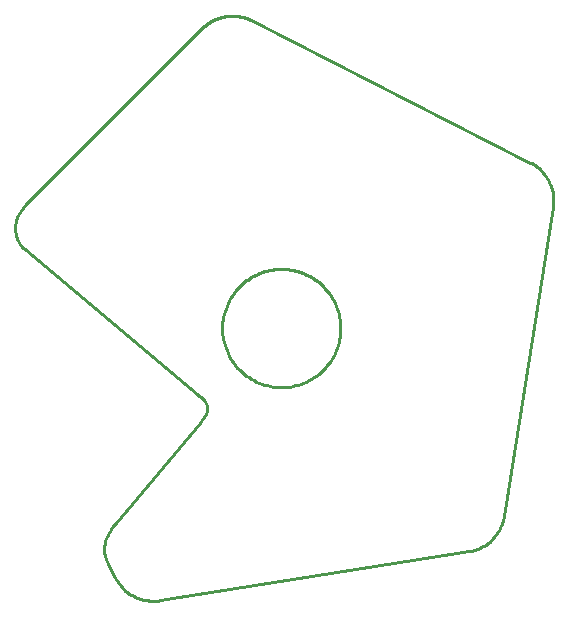
<source format=gko>
G04 #@! TF.FileFunction,Profile,NP*
%FSLAX46Y46*%
G04 Gerber Fmt 4.6, Leading zero omitted, Abs format (unit mm)*
G04 Created by KiCad (PCBNEW 4.0.2+dfsg1-stable) date Tue 19 Jul 2016 04:40:27 PM CEST*
%MOMM*%
G01*
G04 APERTURE LIST*
%ADD10C,0.100000*%
%ADD11C,0.254000*%
G04 APERTURE END LIST*
D10*
D11*
X5831860Y16441400D02*
X5727720Y16438860D01*
X5727720Y16438860D02*
X5626120Y16433780D01*
X5626120Y16433780D02*
X5521980Y16426160D01*
X5521980Y16426160D02*
X5420380Y16416000D01*
X5420380Y16416000D02*
X5318780Y16403300D01*
X5318780Y16403300D02*
X5217180Y16385520D01*
X5217180Y16385520D02*
X5115580Y16367740D01*
X5115580Y16367740D02*
X5016520Y16344880D01*
X5016520Y16344880D02*
X4914920Y16319480D01*
X4914920Y16319480D02*
X4815860Y16291540D01*
X4815860Y16291540D02*
X4716800Y16261060D01*
X4716800Y16261060D02*
X4620280Y16228040D01*
X4620280Y16228040D02*
X4523760Y16192480D01*
X4523760Y16192480D02*
X4427240Y16151840D01*
X4427240Y16151840D02*
X4333260Y16111200D01*
X4333260Y16111200D02*
X4239280Y16065480D01*
X4239280Y16065480D02*
X4147840Y16017220D01*
X4147840Y16017220D02*
X4056400Y15966420D01*
X4056400Y15966420D02*
X3967500Y15913080D01*
X3967500Y15913080D02*
X3878600Y15857200D01*
X3878600Y15857200D02*
X3789700Y15798780D01*
X3789700Y15798780D02*
X3705880Y15737820D01*
X3705880Y15737820D02*
X3622060Y15674320D01*
X3622060Y15674320D02*
X3538240Y15605740D01*
X3538240Y15605740D02*
X3456960Y15537160D01*
X3456960Y15537160D02*
X3378220Y15463500D01*
X3378220Y15463500D02*
X3302020Y15389840D01*
X3302020Y15389840D02*
X-11678900Y408920D01*
X-11678900Y408920D02*
X-11790660Y294620D01*
X-11790660Y294620D02*
X-11892260Y175240D01*
X-11892260Y175240D02*
X-11986240Y55860D01*
X-11986240Y55860D02*
X-12072600Y-66060D01*
X-12072600Y-66060D02*
X-12153880Y-187980D01*
X-12153880Y-187980D02*
X-12225000Y-312440D01*
X-12225000Y-312440D02*
X-12288500Y-439440D01*
X-12288500Y-439440D02*
X-12346920Y-566440D01*
X-12346920Y-566440D02*
X-12395180Y-693440D01*
X-12395180Y-693440D02*
X-12438360Y-822980D01*
X-12438360Y-822980D02*
X-12471380Y-952520D01*
X-12471380Y-952520D02*
X-12499320Y-1082060D01*
X-12499320Y-1082060D02*
X-12519640Y-1211600D01*
X-12519640Y-1211600D02*
X-12534880Y-1341140D01*
X-12534880Y-1341140D02*
X-12539960Y-1470680D01*
X-12539960Y-1470680D02*
X-12539960Y-1600220D01*
X-12539960Y-1600220D02*
X-12532340Y-1727220D01*
X-12532340Y-1727220D02*
X-12519640Y-1854220D01*
X-12519640Y-1854220D02*
X-12496780Y-1981220D01*
X-12496780Y-1981220D02*
X-12468840Y-2105680D01*
X-12468840Y-2105680D02*
X-12435820Y-2227600D01*
X-12435820Y-2227600D02*
X-12392640Y-2349520D01*
X-12392640Y-2349520D02*
X-12344380Y-2468900D01*
X-12344380Y-2468900D02*
X-12291040Y-2585740D01*
X-12291040Y-2585740D02*
X-12230080Y-2700040D01*
X-12230080Y-2700040D02*
X-12164040Y-2811800D01*
X-12164040Y-2811800D02*
X-12090380Y-2921020D01*
X-12090380Y-2921020D02*
X-12009100Y-3027700D01*
X-12009100Y-3027700D02*
X-11922740Y-3131840D01*
X-11922740Y-3131840D02*
X-11831300Y-3230900D01*
X-11831300Y-3230900D02*
X-11732240Y-3327420D01*
X-11732240Y-3327420D02*
X-11628100Y-3418860D01*
X-11628100Y-3418860D02*
X2839740Y-15560060D01*
X2839740Y-15560060D02*
X2961660Y-15659120D01*
X2961660Y-15659120D02*
X3073420Y-15755640D01*
X3073420Y-15755640D02*
X3177560Y-15847080D01*
X3177560Y-15847080D02*
X3274080Y-15938520D01*
X3274080Y-15938520D02*
X3362980Y-16027420D01*
X3362980Y-16027420D02*
X3439180Y-16116320D01*
X3439180Y-16116320D02*
X3510300Y-16202680D01*
X3510300Y-16202680D02*
X3571260Y-16289040D01*
X3571260Y-16289040D02*
X3622060Y-16372860D01*
X3622060Y-16372860D02*
X3665240Y-16459220D01*
X3665240Y-16459220D02*
X3698260Y-16545580D01*
X3698260Y-16545580D02*
X3721120Y-16631940D01*
X3721120Y-16631940D02*
X3736360Y-16720840D01*
X3736360Y-16720840D02*
X3741440Y-16812280D01*
X3741440Y-16812280D02*
X3733820Y-16903720D01*
X3733820Y-16903720D02*
X3718580Y-17000240D01*
X3718580Y-17000240D02*
X3693180Y-17099300D01*
X3693180Y-17099300D02*
X3657620Y-17200900D01*
X3657620Y-17200900D02*
X3609360Y-17305040D01*
X3609360Y-17305040D02*
X3553480Y-17414260D01*
X3553480Y-17414260D02*
X3484900Y-17528560D01*
X3484900Y-17528560D02*
X3406160Y-17647940D01*
X3406160Y-17647940D02*
X3317260Y-17772400D01*
X3317260Y-17772400D02*
X3215660Y-17904480D01*
X3215660Y-17904480D02*
X3103900Y-18039100D01*
X3103900Y-18039100D02*
X-4030960Y-26543020D01*
X-4030960Y-26543020D02*
X-4124940Y-26652240D01*
X-4124940Y-26652240D02*
X-4216380Y-26761460D01*
X-4216380Y-26761460D02*
X-4302740Y-26873220D01*
X-4302740Y-26873220D02*
X-4381480Y-26982440D01*
X-4381480Y-26982440D02*
X-4457680Y-27094200D01*
X-4457680Y-27094200D02*
X-4528800Y-27203420D01*
X-4528800Y-27203420D02*
X-4594840Y-27315180D01*
X-4594840Y-27315180D02*
X-4653260Y-27426940D01*
X-4653260Y-27426940D02*
X-4709140Y-27536160D01*
X-4709140Y-27536160D02*
X-4759940Y-27647920D01*
X-4759940Y-27647920D02*
X-4805660Y-27759680D01*
X-4805660Y-27759680D02*
X-4846300Y-27868900D01*
X-4846300Y-27868900D02*
X-4881860Y-27980660D01*
X-4881860Y-27980660D02*
X-4912340Y-28089880D01*
X-4912340Y-28089880D02*
X-4937740Y-28201640D01*
X-4937740Y-28201640D02*
X-4960600Y-28310860D01*
X-4960600Y-28310860D02*
X-4975840Y-28420080D01*
X-4975840Y-28420080D02*
X-4986000Y-28529300D01*
X-4986000Y-28529300D02*
X-4993620Y-28638520D01*
X-4993620Y-28638520D02*
X-4993620Y-28747740D01*
X-4993620Y-28747740D02*
X-4991080Y-28856960D01*
X-4991080Y-28856960D02*
X-4983460Y-28963640D01*
X-4983460Y-28963640D02*
X-4970760Y-29072860D01*
X-4970760Y-29072860D02*
X-4952980Y-29179540D01*
X-4952980Y-29179540D02*
X-4930120Y-29286220D01*
X-4930120Y-29286220D02*
X-4902180Y-29392900D01*
X-4902180Y-29392900D02*
X-4869160Y-29497040D01*
X-4869160Y-29497040D02*
X-4831060Y-29601180D01*
X-4831060Y-29601180D02*
X-4790420Y-29705320D01*
X-4790420Y-29705320D02*
X-4742160Y-29809460D01*
X-4742160Y-29809460D02*
X-4691360Y-29911060D01*
X-4691360Y-29911060D02*
X-4635480Y-30012660D01*
X-4635480Y-30012660D02*
X-4066520Y-31130260D01*
X-4066520Y-31130260D02*
X-3997940Y-31257260D01*
X-3997940Y-31257260D02*
X-3924280Y-31381720D01*
X-3924280Y-31381720D02*
X-3848080Y-31503640D01*
X-3848080Y-31503640D02*
X-3766800Y-31620480D01*
X-3766800Y-31620480D02*
X-3680440Y-31732240D01*
X-3680440Y-31732240D02*
X-3589000Y-31841460D01*
X-3589000Y-31841460D02*
X-3495020Y-31945600D01*
X-3495020Y-31945600D02*
X-3398500Y-32047200D01*
X-3398500Y-32047200D02*
X-3296900Y-32143720D01*
X-3296900Y-32143720D02*
X-3190220Y-32237700D01*
X-3190220Y-32237700D02*
X-3083540Y-32324060D01*
X-3083540Y-32324060D02*
X-2971780Y-32407880D01*
X-2971780Y-32407880D02*
X-2857480Y-32486620D01*
X-2857480Y-32486620D02*
X-2740640Y-32562820D01*
X-2740640Y-32562820D02*
X-2621260Y-32631400D01*
X-2621260Y-32631400D02*
X-2496800Y-32697440D01*
X-2496800Y-32697440D02*
X-2372340Y-32758400D01*
X-2372340Y-32758400D02*
X-2245340Y-32814280D01*
X-2245340Y-32814280D02*
X-2115800Y-32865080D01*
X-2115800Y-32865080D02*
X-1986260Y-32910800D01*
X-1986260Y-32910800D02*
X-1851640Y-32951440D01*
X-1851640Y-32951440D02*
X-1717020Y-32987000D01*
X-1717020Y-32987000D02*
X-1579860Y-33017480D01*
X-1579860Y-33017480D02*
X-1442700Y-33042880D01*
X-1442700Y-33042880D02*
X-1303000Y-33063200D01*
X-1303000Y-33063200D02*
X-1163300Y-33078440D01*
X-1163300Y-33078440D02*
X-1021060Y-33086060D01*
X-1021060Y-33086060D02*
X-881360Y-33088600D01*
X-881360Y-33088600D02*
X-736580Y-33086060D01*
X-736580Y-33086060D02*
X-594340Y-33078440D01*
X-594340Y-33078440D02*
X-449560Y-33065740D01*
X-449560Y-33065740D02*
X-307320Y-33045420D01*
X-307320Y-33045420D02*
X25867380Y-28900140D01*
X25867380Y-28900140D02*
X26009620Y-28874740D01*
X26009620Y-28874740D02*
X26151860Y-28841720D01*
X26151860Y-28841720D02*
X26289020Y-28806160D01*
X26289020Y-28806160D02*
X26426180Y-28765520D01*
X26426180Y-28765520D02*
X26560800Y-28717260D01*
X26560800Y-28717260D02*
X26692880Y-28666460D01*
X26692880Y-28666460D02*
X26822420Y-28608040D01*
X26822420Y-28608040D02*
X26946880Y-28547080D01*
X26946880Y-28547080D02*
X27071340Y-28481040D01*
X27071340Y-28481040D02*
X27190720Y-28409920D01*
X27190720Y-28409920D02*
X27307560Y-28333720D01*
X27307560Y-28333720D02*
X27421860Y-28252440D01*
X27421860Y-28252440D02*
X27533620Y-28168620D01*
X27533620Y-28168620D02*
X27640300Y-28079720D01*
X27640300Y-28079720D02*
X27744440Y-27988280D01*
X27744440Y-27988280D02*
X27843500Y-27891760D01*
X27843500Y-27891760D02*
X27940020Y-27792700D01*
X27940020Y-27792700D02*
X28034000Y-27688560D01*
X28034000Y-27688560D02*
X28120360Y-27581880D01*
X28120360Y-27581880D02*
X28206720Y-27470120D01*
X28206720Y-27470120D02*
X28285460Y-27355820D01*
X28285460Y-27355820D02*
X28361660Y-27238980D01*
X28361660Y-27238980D02*
X28432780Y-27119600D01*
X28432780Y-27119600D02*
X28498820Y-26995140D01*
X28498820Y-26995140D02*
X28559780Y-26868140D01*
X28559780Y-26868140D02*
X28618200Y-26741140D01*
X28618200Y-26741140D02*
X28669000Y-26609060D01*
X28669000Y-26609060D02*
X28717260Y-26474440D01*
X28717260Y-26474440D02*
X28757900Y-26337280D01*
X28757900Y-26337280D02*
X28796000Y-26200120D01*
X28796000Y-26200120D02*
X28826480Y-26057880D01*
X28826480Y-26057880D02*
X28851880Y-25915640D01*
X28851880Y-25915640D02*
X32997160Y259060D01*
X32997160Y259060D02*
X33017480Y403840D01*
X33017480Y403840D02*
X33030180Y546080D01*
X33030180Y546080D02*
X33040340Y688320D01*
X33040340Y688320D02*
X33040340Y833100D01*
X33040340Y833100D02*
X33037800Y975340D01*
X33037800Y975340D02*
X33030180Y1115040D01*
X33030180Y1115040D02*
X33014940Y1254740D01*
X33014940Y1254740D02*
X32994620Y1394440D01*
X32994620Y1394440D02*
X32969220Y1531600D01*
X32969220Y1531600D02*
X32938740Y1668760D01*
X32938740Y1668760D02*
X32903180Y1803380D01*
X32903180Y1803380D02*
X32862540Y1938000D01*
X32862540Y1938000D02*
X32816820Y2067540D01*
X32816820Y2067540D02*
X32766020Y2197080D01*
X32766020Y2197080D02*
X32710140Y2324080D01*
X32710140Y2324080D02*
X32649180Y2451080D01*
X32649180Y2451080D02*
X32585680Y2573000D01*
X32585680Y2573000D02*
X32514560Y2692380D01*
X32514560Y2692380D02*
X32440900Y2809220D01*
X32440900Y2809220D02*
X32359620Y2923520D01*
X32359620Y2923520D02*
X32275800Y3035280D01*
X32275800Y3035280D02*
X32189440Y3144500D01*
X32189440Y3144500D02*
X32095460Y3248640D01*
X32095460Y3248640D02*
X31998940Y3350240D01*
X31998940Y3350240D02*
X31897340Y3446760D01*
X31897340Y3446760D02*
X31793200Y3540740D01*
X31793200Y3540740D02*
X31683980Y3632180D01*
X31683980Y3632180D02*
X31572220Y3718540D01*
X31572220Y3718540D02*
X31455380Y3799820D01*
X31455380Y3799820D02*
X31333460Y3878560D01*
X31333460Y3878560D02*
X31209000Y3949680D01*
X31209000Y3949680D02*
X31082000Y4018260D01*
X31082000Y4018260D02*
X7470160Y16050240D01*
X7470160Y16050240D02*
X7376180Y16095960D01*
X7376180Y16095960D02*
X7284740Y16136600D01*
X7284740Y16136600D02*
X7190760Y16177240D01*
X7190760Y16177240D02*
X7096780Y16215340D01*
X7096780Y16215340D02*
X7000260Y16248360D01*
X7000260Y16248360D02*
X6906280Y16278840D01*
X6906280Y16278840D02*
X6809760Y16306780D01*
X6809760Y16306780D02*
X6713240Y16334720D01*
X6713240Y16334720D02*
X6616720Y16357580D01*
X6616720Y16357580D02*
X6517660Y16377900D01*
X6517660Y16377900D02*
X6421140Y16393140D01*
X6421140Y16393140D02*
X6322080Y16408380D01*
X6322080Y16408380D02*
X6225560Y16421080D01*
X6225560Y16421080D02*
X6126500Y16428700D01*
X6126500Y16428700D02*
X6027440Y16436320D01*
X6027440Y16436320D02*
X5928380Y16441400D01*
X5928380Y16441400D02*
X5831860Y16441400D01*
X5831860Y16441400D02*
X5831860Y16441400D01*
X10000000Y-4998740D02*
X10119380Y-5001280D01*
X10119380Y-5001280D02*
X10238760Y-5006360D01*
X10238760Y-5006360D02*
X10360680Y-5013980D01*
X10360680Y-5013980D02*
X10480060Y-5021600D01*
X10480060Y-5021600D02*
X10599440Y-5036840D01*
X10599440Y-5036840D02*
X10718820Y-5052080D01*
X10718820Y-5052080D02*
X10835660Y-5069860D01*
X10835660Y-5069860D02*
X10955040Y-5092720D01*
X10955040Y-5092720D02*
X11071880Y-5115580D01*
X11071880Y-5115580D02*
X11191260Y-5143520D01*
X11191260Y-5143520D02*
X11308100Y-5174000D01*
X11308100Y-5174000D02*
X11422400Y-5207020D01*
X11422400Y-5207020D02*
X11539240Y-5242580D01*
X11539240Y-5242580D02*
X11653540Y-5280680D01*
X11653540Y-5280680D02*
X11767840Y-5321320D01*
X11767840Y-5321320D02*
X11882140Y-5367040D01*
X11882140Y-5367040D02*
X11993900Y-5412760D01*
X11993900Y-5412760D02*
X12105660Y-5463560D01*
X12105660Y-5463560D02*
X12214880Y-5516900D01*
X12214880Y-5516900D02*
X12324100Y-5572780D01*
X12324100Y-5572780D02*
X12433320Y-5631200D01*
X12433320Y-5631200D02*
X12540000Y-5692160D01*
X12540000Y-5692160D02*
X12646680Y-5755660D01*
X12646680Y-5755660D02*
X12750820Y-5824240D01*
X12750820Y-5824240D02*
X12854960Y-5892820D01*
X12854960Y-5892820D02*
X12956560Y-5966480D01*
X12956560Y-5966480D02*
X13055620Y-6042680D01*
X13055620Y-6042680D02*
X13154680Y-6121420D01*
X13154680Y-6121420D02*
X13253740Y-6202700D01*
X13253740Y-6202700D02*
X13347720Y-6286520D01*
X13347720Y-6286520D02*
X13444240Y-6375420D01*
X13444240Y-6375420D02*
X13535680Y-6464320D01*
X13535680Y-6464320D02*
X13713480Y-6652280D01*
X13713480Y-6652280D02*
X13878580Y-6845320D01*
X13878580Y-6845320D02*
X14033520Y-7043440D01*
X14033520Y-7043440D02*
X14175760Y-7249180D01*
X14175760Y-7249180D02*
X14307840Y-7460000D01*
X14307840Y-7460000D02*
X14427220Y-7675900D01*
X14427220Y-7675900D02*
X14536440Y-7894340D01*
X14536440Y-7894340D02*
X14632960Y-8117860D01*
X14632960Y-8117860D02*
X14719320Y-8346460D01*
X14719320Y-8346460D02*
X14792980Y-8577600D01*
X14792980Y-8577600D02*
X14856480Y-8808740D01*
X14856480Y-8808740D02*
X14907280Y-9044960D01*
X14907280Y-9044960D02*
X14947920Y-9281180D01*
X14947920Y-9281180D02*
X14975860Y-9519940D01*
X14975860Y-9519940D02*
X14993640Y-9761240D01*
X14993640Y-9761240D02*
X14998720Y-10000000D01*
X14998720Y-10000000D02*
X14993640Y-10238760D01*
X14993640Y-10238760D02*
X14975860Y-10480060D01*
X14975860Y-10480060D02*
X14947920Y-10718820D01*
X14947920Y-10718820D02*
X14907280Y-10955040D01*
X14907280Y-10955040D02*
X14856480Y-11191260D01*
X14856480Y-11191260D02*
X14792980Y-11422400D01*
X14792980Y-11422400D02*
X14719320Y-11653540D01*
X14719320Y-11653540D02*
X14632960Y-11882140D01*
X14632960Y-11882140D02*
X14536440Y-12105660D01*
X14536440Y-12105660D02*
X14427220Y-12324100D01*
X14427220Y-12324100D02*
X14307840Y-12540000D01*
X14307840Y-12540000D02*
X14175760Y-12750820D01*
X14175760Y-12750820D02*
X14033520Y-12956560D01*
X14033520Y-12956560D02*
X13878580Y-13154680D01*
X13878580Y-13154680D02*
X13713480Y-13347720D01*
X13713480Y-13347720D02*
X13535680Y-13535680D01*
X13535680Y-13535680D02*
X13347720Y-13713480D01*
X13347720Y-13713480D02*
X13154680Y-13878580D01*
X13154680Y-13878580D02*
X12956560Y-14033520D01*
X12956560Y-14033520D02*
X12750820Y-14175760D01*
X12750820Y-14175760D02*
X12540000Y-14307840D01*
X12540000Y-14307840D02*
X12324100Y-14427220D01*
X12324100Y-14427220D02*
X12105660Y-14536440D01*
X12105660Y-14536440D02*
X11882140Y-14632960D01*
X11882140Y-14632960D02*
X11653540Y-14719320D01*
X11653540Y-14719320D02*
X11422400Y-14792980D01*
X11422400Y-14792980D02*
X11191260Y-14856480D01*
X11191260Y-14856480D02*
X10955040Y-14907280D01*
X10955040Y-14907280D02*
X10718820Y-14947920D01*
X10718820Y-14947920D02*
X10480060Y-14975860D01*
X10480060Y-14975860D02*
X10238760Y-14993640D01*
X10238760Y-14993640D02*
X10000000Y-14998720D01*
X10000000Y-14998720D02*
X9761240Y-14993640D01*
X9761240Y-14993640D02*
X9519940Y-14975860D01*
X9519940Y-14975860D02*
X9281180Y-14947920D01*
X9281180Y-14947920D02*
X9044960Y-14907280D01*
X9044960Y-14907280D02*
X8808740Y-14856480D01*
X8808740Y-14856480D02*
X8577600Y-14792980D01*
X8577600Y-14792980D02*
X8346460Y-14719320D01*
X8346460Y-14719320D02*
X8117860Y-14632960D01*
X8117860Y-14632960D02*
X7894340Y-14536440D01*
X7894340Y-14536440D02*
X7675900Y-14427220D01*
X7675900Y-14427220D02*
X7460000Y-14307840D01*
X7460000Y-14307840D02*
X7249180Y-14175760D01*
X7249180Y-14175760D02*
X7043440Y-14033520D01*
X7043440Y-14033520D02*
X6845320Y-13878580D01*
X6845320Y-13878580D02*
X6652280Y-13713480D01*
X6652280Y-13713480D02*
X6464320Y-13535680D01*
X6464320Y-13535680D02*
X6286520Y-13347720D01*
X6286520Y-13347720D02*
X6121420Y-13154680D01*
X6121420Y-13154680D02*
X5966480Y-12956560D01*
X5966480Y-12956560D02*
X5824240Y-12750820D01*
X5824240Y-12750820D02*
X5692160Y-12540000D01*
X5692160Y-12540000D02*
X5572780Y-12324100D01*
X5572780Y-12324100D02*
X5463560Y-12105660D01*
X5463560Y-12105660D02*
X5367040Y-11882140D01*
X5367040Y-11882140D02*
X5280680Y-11653540D01*
X5280680Y-11653540D02*
X5207020Y-11422400D01*
X5207020Y-11422400D02*
X5143520Y-11191260D01*
X5143520Y-11191260D02*
X5092720Y-10955040D01*
X5092720Y-10955040D02*
X5052080Y-10718820D01*
X5052080Y-10718820D02*
X5024140Y-10480060D01*
X5024140Y-10480060D02*
X5006360Y-10238760D01*
X5006360Y-10238760D02*
X5001280Y-10000000D01*
X5001280Y-10000000D02*
X5006360Y-9761240D01*
X5006360Y-9761240D02*
X5024140Y-9519940D01*
X5024140Y-9519940D02*
X5052080Y-9281180D01*
X5052080Y-9281180D02*
X5092720Y-9044960D01*
X5092720Y-9044960D02*
X5143520Y-8808740D01*
X5143520Y-8808740D02*
X5207020Y-8577600D01*
X5207020Y-8577600D02*
X5280680Y-8346460D01*
X5280680Y-8346460D02*
X5367040Y-8117860D01*
X5367040Y-8117860D02*
X5463560Y-7894340D01*
X5463560Y-7894340D02*
X5572780Y-7675900D01*
X5572780Y-7675900D02*
X5692160Y-7460000D01*
X5692160Y-7460000D02*
X5824240Y-7249180D01*
X5824240Y-7249180D02*
X5966480Y-7043440D01*
X5966480Y-7043440D02*
X6121420Y-6845320D01*
X6121420Y-6845320D02*
X6286520Y-6652280D01*
X6286520Y-6652280D02*
X6464320Y-6464320D01*
X6464320Y-6464320D02*
X6555760Y-6375420D01*
X6555760Y-6375420D02*
X6652280Y-6286520D01*
X6652280Y-6286520D02*
X6746260Y-6202700D01*
X6746260Y-6202700D02*
X6845320Y-6121420D01*
X6845320Y-6121420D02*
X6944380Y-6042680D01*
X6944380Y-6042680D02*
X7043440Y-5966480D01*
X7043440Y-5966480D02*
X7145040Y-5892820D01*
X7145040Y-5892820D02*
X7249180Y-5824240D01*
X7249180Y-5824240D02*
X7353320Y-5755660D01*
X7353320Y-5755660D02*
X7460000Y-5692160D01*
X7460000Y-5692160D02*
X7566680Y-5631200D01*
X7566680Y-5631200D02*
X7675900Y-5572780D01*
X7675900Y-5572780D02*
X7785120Y-5516900D01*
X7785120Y-5516900D02*
X7894340Y-5463560D01*
X7894340Y-5463560D02*
X8006100Y-5412760D01*
X8006100Y-5412760D02*
X8117860Y-5367040D01*
X8117860Y-5367040D02*
X8232160Y-5321320D01*
X8232160Y-5321320D02*
X8346460Y-5280680D01*
X8346460Y-5280680D02*
X8460760Y-5242580D01*
X8460760Y-5242580D02*
X8577600Y-5207020D01*
X8577600Y-5207020D02*
X8691900Y-5174000D01*
X8691900Y-5174000D02*
X8808740Y-5143520D01*
X8808740Y-5143520D02*
X8928120Y-5115580D01*
X8928120Y-5115580D02*
X9044960Y-5092720D01*
X9044960Y-5092720D02*
X9164340Y-5069860D01*
X9164340Y-5069860D02*
X9281180Y-5052080D01*
X9281180Y-5052080D02*
X9400560Y-5036840D01*
X9400560Y-5036840D02*
X9519940Y-5021600D01*
X9519940Y-5021600D02*
X9639320Y-5013980D01*
X9639320Y-5013980D02*
X9761240Y-5006360D01*
X9761240Y-5006360D02*
X9880620Y-5001280D01*
X9880620Y-5001280D02*
X10000000Y-4998740D01*
X10000000Y-4998740D02*
X10000000Y-4998740D01*
M02*

</source>
